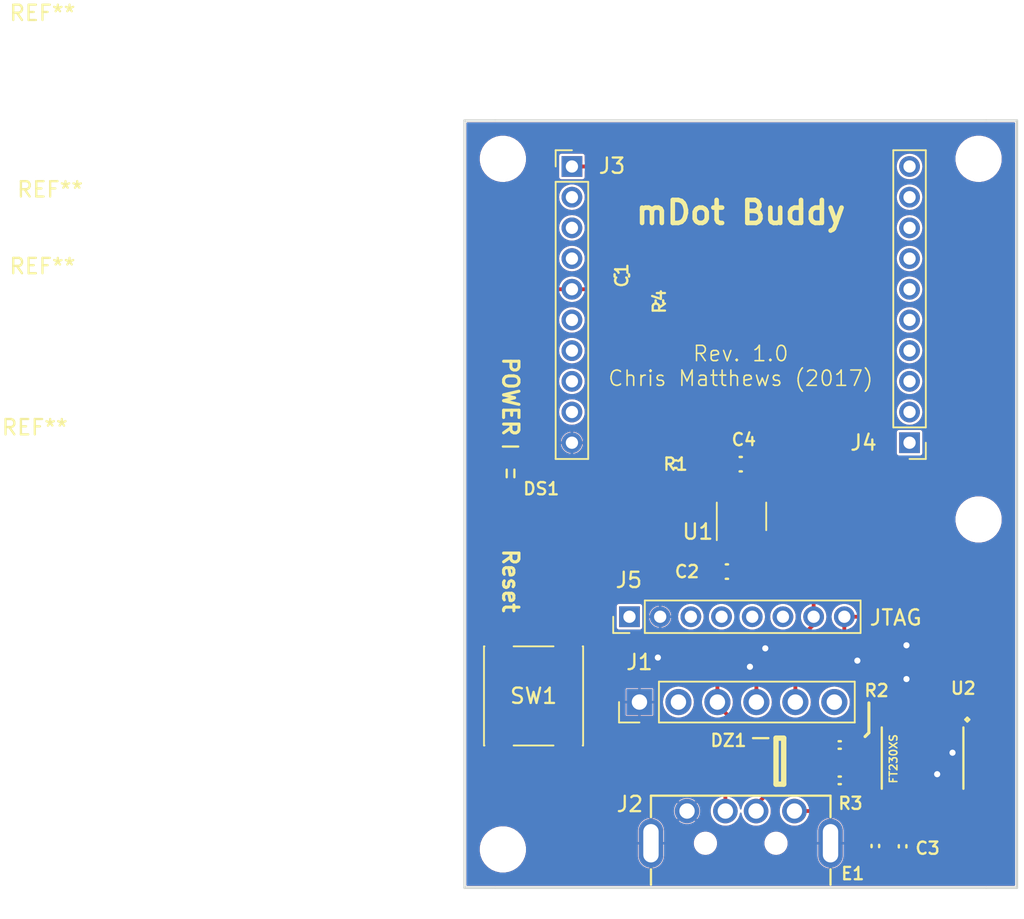
<source format=kicad_pcb>
(kicad_pcb (version 4) (host pcbnew 4.0.7)
  (layers (0 F.Cu signal) (31 B.Cu signal) (34 B.Paste user) (35 F.Paste user) (36 B.SilkS user) (37 F.SilkS user) (38 B.Mask user) (39 F.Mask user) (44 Edge.Cuts user))
  (net 0 "")
  (net 1 /RESET)
  (net 2 GND)
  (net 3 VBUS)
  (net 4 +3.3)
  (net 5 "Net-(DS1-Pad2)")
  (net 6 "Net-(DZ1-Pad1)")
  (net 7 "Net-(DZ1-Pad3)")
  (net 8 "Net-(DZ1-Pad4)")
  (net 9 "Net-(DZ1-Pad6)")
  (net 10 /RX_MDOT)
  (net 11 /TX_MDOT)
  (net 12 /USB_P)
  (net 13 /USB_M)
  (net 14 "Net-(E1-Pad1)")
  (module IPC7351-Nominal:CAPC2012X70 (layer F.Cu) (at 103.25 107.1 90)
    (fp_text reference C1 (at 0 0 90) (layer F.SilkS) (effects (font (size 0.8 0.8))))
    (fp_text value 0.1uF)
    (fp_line (start -0.071 0.471) (end 0.071 0.471) (layer F.SilkS) (width 0.15))
    (fp_line (start 0.071 0.471) (end -0.071 0.471) (layer F.SilkS) (width 0.15))
    (fp_line (start -0.071 -0.471) (end 0.071 -0.471) (layer F.SilkS) (width 0.15))
    (fp_line (start 0.071 -0.471) (end -0.071 -0.471) (layer F.SilkS) (width 0.15))
    (pad 1 smd rect (at -0.9 0 90) (size 1.15 1.45) (layers F.Cu F.Paste F.Mask) (net 1 /RESET))
    (pad 2 smd rect (at 0.9 0 90) (size 1.15 1.45) (layers F.Cu F.Paste F.Mask) (net 2 GND))
  )
  (module IPC7351-Nominal:RESC1608X50 (layer F.Cu) (at 105.7 108.8 90)
    (fp_text reference R4 (at 0 0 90) (layer F.SilkS) (effects (font (size 0.8 0.8))))
    (fp_text value 100K)
    (fp_line (start -0.071 0.246) (end 0.071 0.246) (layer F.SilkS) (width 0.15))
    (fp_line (start 0.071 0.246) (end -0.071 0.246) (layer F.SilkS) (width 0.15))
    (fp_line (start -0.071 -0.246) (end 0.071 -0.246) (layer F.SilkS) (width 0.15))
    (fp_line (start 0.071 -0.246) (end -0.071 -0.246) (layer F.SilkS) (width 0.15))
    (pad 1 smd rect (at -0.75 0 90) (size 0.85 1) (layers F.Cu F.Paste F.Mask) (net 4 +3.3))
    (pad 2 smd rect (at 0.75 0 90) (size 0.85 1) (layers F.Cu F.Paste F.Mask) (net 1 /RESET))
  )
  (module IPC7351-Nominal:RESC1608X50 (layer F.Cu) (at 106.75 119.4 180)
    (fp_text reference R1 (at 0 0 180) (layer F.SilkS) (effects (font (size 0.8 0.8))))
    (fp_text value 330R)
    (fp_line (start -0.071 0.246) (end 0.071 0.246) (layer F.SilkS) (width 0.15))
    (fp_line (start 0.071 0.246) (end -0.071 0.246) (layer F.SilkS) (width 0.15))
    (fp_line (start -0.071 -0.246) (end 0.071 -0.246) (layer F.SilkS) (width 0.15))
    (fp_line (start 0.071 -0.246) (end -0.071 -0.246) (layer F.SilkS) (width 0.15))
    (pad 1 smd rect (at -0.75 0 180) (size 0.85 1) (layers F.Cu F.Paste F.Mask) (net 4 +3.3))
    (pad 2 smd rect (at 0.75 0 180) (size 0.85 1) (layers F.Cu F.Paste F.Mask) (net 5 "Net-(DS1-Pad2)"))
  )
  (module IPC7351-Nominal:CAPC2012X70 (layer F.Cu) (at 111 119.4)
    (fp_text reference C4 (at 0.2 -1.6) (layer F.SilkS) (effects (font (size 0.8 0.8))))
    (fp_text value 1uF)
    (fp_line (start -0.071 0.471) (end 0.071 0.471) (layer F.SilkS) (width 0.15))
    (fp_line (start 0.071 0.471) (end -0.071 0.471) (layer F.SilkS) (width 0.15))
    (fp_line (start -0.071 -0.471) (end 0.071 -0.471) (layer F.SilkS) (width 0.15))
    (fp_line (start 0.071 -0.471) (end -0.071 -0.471) (layer F.SilkS) (width 0.15))
    (pad 1 smd rect (at -0.9 0) (size 1.15 1.45) (layers F.Cu F.Paste F.Mask) (net 4 +3.3))
    (pad 2 smd rect (at 0.9 0) (size 1.15 1.45) (layers F.Cu F.Paste F.Mask) (net 2 GND))
  )
  (module IPC7351-Nominal:CAPC2012X70 (layer F.Cu) (at 110.1 126.4 180)
    (fp_text reference C2 (at 2.6 0 180) (layer F.SilkS) (effects (font (size 0.8 0.8))))
    (fp_text value 1uF)
    (fp_line (start -0.071 0.471) (end 0.071 0.471) (layer F.SilkS) (width 0.15))
    (fp_line (start 0.071 0.471) (end -0.071 0.471) (layer F.SilkS) (width 0.15))
    (fp_line (start -0.071 -0.471) (end 0.071 -0.471) (layer F.SilkS) (width 0.15))
    (fp_line (start 0.071 -0.471) (end -0.071 -0.471) (layer F.SilkS) (width 0.15))
    (pad 1 smd rect (at -0.9 0 180) (size 1.15 1.45) (layers F.Cu F.Paste F.Mask) (net 3 VBUS))
    (pad 2 smd rect (at 0.9 0 180) (size 1.15 1.45) (layers F.Cu F.Paste F.Mask) (net 2 GND))
  )
  (module smd-semi:LED-0603 (layer F.Cu) (at 96 120 270)
    (fp_text reference DS1 (at 1 -2 540) (layer F.SilkS) (effects (font (size 0.8 0.8))))
    (fp_text value 3V3_GOOD)
    (fp_line (start 0.25 0.25) (end -0.25 0.25) (layer F.SilkS) (width 0.15))
    (fp_line (start -0.25 -0.25) (end 0.25 -0.25) (layer F.SilkS) (width 0.15))
    (fp_line (start -1.75 -0.5) (end -1.75 0.5) (layer F.SilkS) (width 0.15))
    (pad 1 smd rect (at -0.89916 0 270) (size 0.89916 0.8001) (layers F.Cu F.Paste F.Mask) (net 2 GND))
    (pad 2 smd rect (at 0.89916 0 270) (size 0.89916 0.8001) (layers F.Cu F.Paste F.Mask) (net 5 "Net-(DS1-Pad2)"))
  )
  (module IPC7351-Nominal:CAPC1608X90 (layer F.Cu) (at 119.77 144.28 90)
    (fp_text reference E1 (at -1.8 -1.47 360) (layer F.SilkS) (effects (font (size 0.8 0.8))))
    (fp_text value BEAD)
    (fp_line (start -0.071 0.246) (end 0.071 0.246) (layer F.SilkS) (width 0.15))
    (fp_line (start 0.071 0.246) (end -0.071 0.246) (layer F.SilkS) (width 0.15))
    (fp_line (start -0.071 -0.246) (end 0.071 -0.246) (layer F.SilkS) (width 0.15))
    (fp_line (start 0.071 -0.246) (end -0.071 -0.246) (layer F.SilkS) (width 0.15))
    (pad 1 smd rect (at -0.8 0 90) (size 0.95 1) (layers F.Cu F.Paste F.Mask) (net 14 "Net-(E1-Pad1)"))
    (pad 2 smd rect (at 0.8 0 90) (size 0.95 1) (layers F.Cu F.Paste F.Mask) (net 3 VBUS))
  )
  (module IPC7351-Nominal:CAPC1608X90 (layer F.Cu) (at 121.55 144.3 270)
    (fp_text reference C3 (at 0.125 -1.625 360) (layer F.SilkS) (effects (font (size 0.8 0.8))))
    (fp_text value 100nF)
    (fp_line (start -0.071 0.246) (end 0.071 0.246) (layer F.SilkS) (width 0.15))
    (fp_line (start 0.071 0.246) (end -0.071 0.246) (layer F.SilkS) (width 0.15))
    (fp_line (start -0.071 -0.246) (end 0.071 -0.246) (layer F.SilkS) (width 0.15))
    (fp_line (start 0.071 -0.246) (end -0.071 -0.246) (layer F.SilkS) (width 0.15))
    (pad 1 smd rect (at -0.8 0 270) (size 0.95 1) (layers F.Cu F.Paste F.Mask) (net 4 +3.3))
    (pad 2 smd rect (at 0.8 0 270) (size 0.95 1) (layers F.Cu F.Paste F.Mask) (net 2 GND))
  )
  (module IPC7351-Nominal:RESC1608X50 (layer F.Cu) (at 117.45 140 180)
    (fp_text reference R3 (at -0.7 -1.5 360) (layer F.SilkS) (effects (font (size 0.8 0.8))))
    (fp_text value 27R)
    (fp_line (start -0.071 0.246) (end 0.071 0.246) (layer F.SilkS) (width 0.15))
    (fp_line (start 0.071 0.246) (end -0.071 0.246) (layer F.SilkS) (width 0.15))
    (fp_line (start -0.071 -0.246) (end 0.071 -0.246) (layer F.SilkS) (width 0.15))
    (fp_line (start 0.071 -0.246) (end -0.071 -0.246) (layer F.SilkS) (width 0.15))
    (pad 1 smd rect (at -0.75 0 180) (size 0.85 1) (layers F.Cu F.Paste F.Mask) (net 13 /USB_M))
    (pad 2 smd rect (at 0.75 0 180) (size 0.85 1) (layers F.Cu F.Paste F.Mask) (net 8 "Net-(DZ1-Pad4)"))
  )
  (module IPC7351-Nominal:RESC1608X50 (layer F.Cu) (at 117.45 137.7)
    (fp_text reference R2 (at 2.4 -3.55 180) (layer F.SilkS) (effects (font (size 0.8 0.8))))
    (fp_text value 27R)
    (fp_line (start -0.071 0.246) (end 0.071 0.246) (layer F.SilkS) (width 0.15))
    (fp_line (start 0.071 0.246) (end -0.071 0.246) (layer F.SilkS) (width 0.15))
    (fp_line (start -0.071 -0.246) (end 0.071 -0.246) (layer F.SilkS) (width 0.15))
    (fp_line (start 0.071 -0.246) (end -0.071 -0.246) (layer F.SilkS) (width 0.15))
    (pad 1 smd rect (at -0.75 0) (size 0.85 1) (layers F.Cu F.Paste F.Mask) (net 9 "Net-(DZ1-Pad6)"))
    (pad 2 smd rect (at 0.75 0) (size 0.85 1) (layers F.Cu F.Paste F.Mask) (net 12 /USB_P))
  )
  (module Socket_Strips:Socket_Strip_Straight_1x10_Pitch2.00mm (layer F.Cu) (at 122 118 180)
    (fp_text reference J4 (at 3 0 180) (layer F.SilkS))
    (fp_text value mDot_11_20 hide)
    (fp_line (start -1.06 1) (end -1.06 19.06) (layer F.SilkS) (width 0.12))
    (fp_line (start -1.06 19.06) (end 1.06 19.06) (layer F.SilkS) (width 0.12))
    (fp_line (start 1.06 19.06) (end 1.06 1) (layer F.SilkS) (width 0.12))
    (fp_line (start 1.06 1) (end -1.06 1) (layer F.SilkS) (width 0.12))
    (fp_line (start -1.06 0) (end -1.06 -1.06) (layer F.SilkS) (width 0.12))
    (fp_line (start -1.06 -1.06) (end 0 -1.06) (layer F.SilkS) (width 0.12))
    (pad 1 thru_hole rect (at 0 0 180) (size 1.35 1.35) (drill 0.8) (layers *.Cu *.Mask))
    (pad 2 thru_hole oval (at 0 2 180) (size 1.35 1.35) (drill 0.8) (layers *.Cu *.Mask))
    (pad 3 thru_hole oval (at 0 4 180) (size 1.35 1.35) (drill 0.8) (layers *.Cu *.Mask))
    (pad 4 thru_hole oval (at 0 6 180) (size 1.35 1.35) (drill 0.8) (layers *.Cu *.Mask))
    (pad 5 thru_hole oval (at 0 8 180) (size 1.35 1.35) (drill 0.8) (layers *.Cu *.Mask))
    (pad 6 thru_hole oval (at 0 10 180) (size 1.35 1.35) (drill 0.8) (layers *.Cu *.Mask))
    (pad 7 thru_hole oval (at 0 12 180) (size 1.35 1.35) (drill 0.8) (layers *.Cu *.Mask))
    (pad 8 thru_hole oval (at 0 14 180) (size 1.35 1.35) (drill 0.8) (layers *.Cu *.Mask))
    (pad 9 thru_hole oval (at 0 16 180) (size 1.35 1.35) (drill 0.8) (layers *.Cu *.Mask))
    (pad 10 thru_hole oval (at 0 18 180) (size 1.35 1.35) (drill 0.8) (layers *.Cu *.Mask))
  )
  (module Socket_Strips:Socket_Strip_Straight_1x10_Pitch2.00mm (layer F.Cu) (at 100 100)
    (fp_text reference J3 (at 2.61 -0.04) (layer F.SilkS))
    (fp_text value mDot_1_10 hide)
    (fp_line (start -1.06 1) (end -1.06 19.06) (layer F.SilkS) (width 0.12))
    (fp_line (start -1.06 19.06) (end 1.06 19.06) (layer F.SilkS) (width 0.12))
    (fp_line (start 1.06 19.06) (end 1.06 1) (layer F.SilkS) (width 0.12))
    (fp_line (start 1.06 1) (end -1.06 1) (layer F.SilkS) (width 0.12))
    (fp_line (start -1.06 0) (end -1.06 -1.06) (layer F.SilkS) (width 0.12))
    (fp_line (start -1.06 -1.06) (end 0 -1.06) (layer F.SilkS) (width 0.12))
    (pad 1 thru_hole rect (at 0 0) (size 1.35 1.35) (drill 0.8) (layers *.Cu *.Mask) (net 4 +3.3))
    (pad 2 thru_hole oval (at 0 2) (size 1.35 1.35) (drill 0.8) (layers *.Cu *.Mask))
    (pad 3 thru_hole oval (at 0 4) (size 1.35 1.35) (drill 0.8) (layers *.Cu *.Mask))
    (pad 4 thru_hole oval (at 0 6) (size 1.35 1.35) (drill 0.8) (layers *.Cu *.Mask))
    (pad 5 thru_hole oval (at 0 8) (size 1.35 1.35) (drill 0.8) (layers *.Cu *.Mask) (net 1 /RESET))
    (pad 6 thru_hole oval (at 0 10) (size 1.35 1.35) (drill 0.8) (layers *.Cu *.Mask))
    (pad 7 thru_hole oval (at 0 12) (size 1.35 1.35) (drill 0.8) (layers *.Cu *.Mask))
    (pad 8 thru_hole oval (at 0 14) (size 1.35 1.35) (drill 0.8) (layers *.Cu *.Mask))
    (pad 9 thru_hole oval (at 0 16) (size 1.35 1.35) (drill 0.8) (layers *.Cu *.Mask))
    (pad 10 thru_hole oval (at 0 18) (size 1.35 1.35) (drill 0.8) (layers *.Cu *.Mask) (net 2 GND))
  )
  (module Socket_Strips:Socket_Strip_Straight_1x08_Pitch2.00mm (layer F.Cu) (at 103.75 129.34 90)
    (fp_text reference J5 (at 2.39 -0.04 180) (layer F.SilkS))
    (fp_text value JTAG (at -0.06 17.35 180) (layer F.SilkS))
    (fp_line (start -1.06 1) (end -1.06 15.06) (layer F.SilkS) (width 0.12))
    (fp_line (start -1.06 15.06) (end 1.06 15.06) (layer F.SilkS) (width 0.12))
    (fp_line (start 1.06 15.06) (end 1.06 1) (layer F.SilkS) (width 0.12))
    (fp_line (start 1.06 1) (end -1.06 1) (layer F.SilkS) (width 0.12))
    (fp_line (start -1.06 0) (end -1.06 -1.06) (layer F.SilkS) (width 0.12))
    (fp_line (start -1.06 -1.06) (end 0 -1.06) (layer F.SilkS) (width 0.12))
    (pad 1 thru_hole rect (at 0 0 90) (size 1.35 1.35) (drill 0.8) (layers *.Cu *.Mask))
    (pad 2 thru_hole oval (at 0 2 90) (size 1.35 1.35) (drill 0.8) (layers *.Cu *.Mask) (net 2 GND))
    (pad 3 thru_hole oval (at 0 4 90) (size 1.35 1.35) (drill 0.8) (layers *.Cu *.Mask))
    (pad 4 thru_hole oval (at 0 6 90) (size 1.35 1.35) (drill 0.8) (layers *.Cu *.Mask))
    (pad 5 thru_hole oval (at 0 8 90) (size 1.35 1.35) (drill 0.8) (layers *.Cu *.Mask))
    (pad 6 thru_hole oval (at 0 10 90) (size 1.35 1.35) (drill 0.8) (layers *.Cu *.Mask))
    (pad 7 thru_hole oval (at 0 12 90) (size 1.35 1.35) (drill 0.8) (layers *.Cu *.Mask) (net 10 /RX_MDOT))
    (pad 8 thru_hole oval (at 0 14 90) (size 1.35 1.35) (drill 0.8) (layers *.Cu *.Mask) (net 11 /TX_MDOT))
  )
  (module Socket_Strips:Socket_Strip_Straight_1x06_Pitch2.54mm (layer F.Cu) (at 104.4 134.9 90)
    (fp_text reference J1 (at 2.6 0 180) (layer F.SilkS))
    (fp_text value TTL-232R-3V3)
    (fp_line (start -1.33 1.27) (end -1.33 14.03) (layer F.SilkS) (width 0.12))
    (fp_line (start -1.33 14.03) (end 1.33 14.03) (layer F.SilkS) (width 0.12))
    (fp_line (start 1.33 14.03) (end 1.33 1.27) (layer F.SilkS) (width 0.12))
    (fp_line (start 1.33 1.27) (end -1.33 1.27) (layer F.SilkS) (width 0.12))
    (fp_line (start -1.33 0) (end -1.33 -1.33) (layer F.SilkS) (width 0.12))
    (fp_line (start -1.33 -1.33) (end 0 -1.33) (layer F.SilkS) (width 0.12))
    (pad 1 thru_hole rect (at 0 0 90) (size 1.7 1.7) (drill 1) (layers *.Cu *.Mask) (net 2 GND))
    (pad 2 thru_hole oval (at 0 2.54 90) (size 1.7 1.7) (drill 1) (layers *.Cu *.Mask))
    (pad 3 thru_hole oval (at 0 5.08 90) (size 1.7 1.7) (drill 1) (layers *.Cu *.Mask) (net 3 VBUS))
    (pad 4 thru_hole oval (at 0 7.62 90) (size 1.7 1.7) (drill 1) (layers *.Cu *.Mask) (net 10 /RX_MDOT))
    (pad 5 thru_hole oval (at 0 10.16 90) (size 1.7 1.7) (drill 1) (layers *.Cu *.Mask) (net 11 /TX_MDOT))
    (pad 6 thru_hole oval (at 0 12.7 90) (size 1.7 1.7) (drill 1) (layers *.Cu *.Mask))
  )
  (module IPC7351-Nominal:SOP63P600X160-16 (layer F.Cu) (at 122.85 138.55 270)
    (fp_text reference U2 (at -4.55 -2.65 360) (layer F.SilkS) (effects (font (size 0.8 0.8))))
    (fp_text value FT230XS (at 0.05 1.9 270) (layer F.SilkS) (effects (font (size 0.5 0.5) (thickness 0.1))))
    (fp_line (start -2 -2.659) (end 2 -2.659) (layer F.SilkS) (width 0.15))
    (fp_line (start -2 2.659) (end 2 2.659) (layer F.SilkS) (width 0.15))
    (fp_line (start -2.635 -2.913) (end -2.508 -3.04) (layer F.SilkS) (width 0.15))
    (fp_line (start -2.508 -3.04) (end -2.381 -2.913) (layer F.SilkS) (width 0.15))
    (fp_line (start -2.381 -2.913) (end -2.508 -2.786) (layer F.SilkS) (width 0.15))
    (fp_line (start -2.508 -2.786) (end -2.635 -2.913) (layer F.SilkS) (width 0.15))
    (pad 1 smd oval (at -2.7 -2.205 270) (size 1.55 0.4) (layers F.Cu F.Paste F.Mask) (net 10 /RX_MDOT))
    (pad 2 smd oval (at -2.7 -1.575 270) (size 1.55 0.4) (layers F.Cu F.Paste F.Mask))
    (pad 3 smd oval (at -2.7 -0.945 270) (size 1.55 0.4) (layers F.Cu F.Paste F.Mask) (net 4 +3.3))
    (pad 4 smd oval (at -2.7 -0.315 270) (size 1.55 0.4) (layers F.Cu F.Paste F.Mask) (net 11 /TX_MDOT))
    (pad 5 smd oval (at -2.7 0.315 270) (size 1.55 0.4) (layers F.Cu F.Paste F.Mask) (net 2 GND))
    (pad 6 smd oval (at -2.7 0.945 270) (size 1.55 0.4) (layers F.Cu F.Paste F.Mask))
    (pad 7 smd oval (at -2.7 1.575 270) (size 1.55 0.4) (layers F.Cu F.Paste F.Mask))
    (pad 8 smd oval (at -2.7 2.205 270) (size 1.55 0.4) (layers F.Cu F.Paste F.Mask) (net 12 /USB_P))
    (pad 9 smd oval (at 2.7 2.205 270) (size 1.55 0.4) (layers F.Cu F.Paste F.Mask) (net 13 /USB_M))
    (pad 10 smd oval (at 2.7 1.575 270) (size 1.55 0.4) (layers F.Cu F.Paste F.Mask) (net 4 +3.3))
    (pad 11 smd oval (at 2.7 0.945 270) (size 1.55 0.4) (layers F.Cu F.Paste F.Mask) (net 4 +3.3))
    (pad 12 smd oval (at 2.7 0.315 270) (size 1.55 0.4) (layers F.Cu F.Paste F.Mask) (net 3 VBUS))
    (pad 13 smd oval (at 2.7 -0.315 270) (size 1.55 0.4) (layers F.Cu F.Paste F.Mask) (net 2 GND))
    (pad 14 smd oval (at 2.7 -0.945 270) (size 1.55 0.4) (layers F.Cu F.Paste F.Mask))
    (pad 15 smd oval (at 2.7 -1.575 270) (size 1.55 0.4) (layers F.Cu F.Paste F.Mask))
    (pad 16 smd oval (at 2.7 -2.205 270) (size 1.55 0.4) (layers F.Cu F.Paste F.Mask))
  )
  (module smd-semi:SOT-23-6 (layer F.Cu) (at 113.55 138.75)
    (fp_text reference DZ1 (at -3.35 -1.35 180) (layer F.SilkS) (effects (font (size 0.8 0.8))))
    (fp_text value USBLC6-2SC6)
    (fp_line (start -0.75 -1.5) (end -1.75 -1.5) (layer F.SilkS) (width 0.15))
    (fp_line (start -0.25 -1.5) (end 0.25 -1.5) (layer F.SilkS) (width 0.35))
    (fp_line (start 0.25 -1.5) (end 0.25 1.5) (layer F.SilkS) (width 0.35))
    (fp_line (start 0.25 1.5) (end -0.25 1.5) (layer F.SilkS) (width 0.35))
    (fp_line (start -0.25 1.5) (end -0.25 -1.5) (layer F.SilkS) (width 0.35))
    (pad 1 smd rect (at -1.1 -0.95) (size 1.1 0.6) (layers F.Cu F.Paste F.Mask) (net 6 "Net-(DZ1-Pad1)"))
    (pad 3 smd rect (at -1.1 0.95) (size 1.1 0.6) (layers F.Cu F.Paste F.Mask) (net 7 "Net-(DZ1-Pad3)"))
    (pad 2 smd rect (at -1.1 0) (size 1.1 0.6) (layers F.Cu F.Paste F.Mask) (net 2 GND))
    (pad 4 smd rect (at 1.1 0.95) (size 1.1 0.6) (layers F.Cu F.Paste F.Mask) (net 8 "Net-(DZ1-Pad4)"))
    (pad 6 smd rect (at 1.1 -0.95) (size 1.1 0.6) (layers F.Cu F.Paste F.Mask) (net 9 "Net-(DZ1-Pad6)"))
    (pad 5 smd rect (at 1.1 0) (size 1.1 0.6) (layers F.Cu F.Paste F.Mask) (net 3 VBUS))
  )
  (module conn-cui:CONN-UP2-AH-1-TH (layer F.Cu) (at 111 142)
    (fp_text reference J2 (at -7.225 -0.45) (layer F.SilkS))
    (fp_text value USB_A)
    (fp_line (start 5.85 3.8) (end 5.85 4.8) (layer F.SilkS) (width 0.15))
    (fp_line (start -5.85 3.8) (end -5.85 4.8) (layer F.SilkS) (width 0.15))
    (fp_line (start -5.85 0.4) (end -5.85 -1) (layer F.SilkS) (width 0.15))
    (fp_line (start -5.85 -1) (end 5.85 -1) (layer F.SilkS) (width 0.15))
    (fp_line (start 5.85 -1) (end 5.85 0.4) (layer F.SilkS) (width 0.15))
    (pad 4 thru_hole circle (at -3.5 0) (size 1.6 1.6) (drill 1) (layers *.Cu *.Mask) (net 2 GND))
    (pad 3 thru_hole circle (at -1 0) (size 1.6 1.6) (drill 1) (layers *.Cu *.Mask) (net 6 "Net-(DZ1-Pad1)"))
    (pad 2 thru_hole circle (at 1 0) (size 1.6 1.6) (drill 1) (layers *.Cu *.Mask) (net 7 "Net-(DZ1-Pad3)"))
    (pad 1 thru_hole circle (at 3.5 0) (size 1.6 1.6) (drill 1) (layers *.Cu *.Mask) (net 14 "Net-(E1-Pad1)"))
    (pad "" np_thru_hole circle (at -2.3 2.1) (size 1.2 1.2) (drill 1.2) (layers *.Cu *.Mask))
    (pad "" np_thru_hole circle (at 2.3 2.1) (size 1.2 1.2) (drill 1.2) (layers *.Cu *.Mask))
    (pad 5 thru_hole oval (at -5.85 2.1) (size 1.6 3.2) (drill oval 1 2.5) (layers *.Cu *.Mask) (net 2 GND))
    (pad 5 thru_hole oval (at 5.85 2.1) (size 1.6 3.2) (drill oval 1 2.5) (layers *.Cu *.Mask) (net 2 GND))
  )
  (module Buttons_Switches_SMD:SW_SPST_PTS645 (layer F.Cu) (at 97.5 134.5 90)
    (fp_text reference SW1 (at 0 0 180) (layer F.SilkS))
    (fp_text value TACT-CK-PTS645-SMD)
    (fp_line (start 3.23 -3.23) (end 3.23 -3.2) (layer F.SilkS) (width 0.12))
    (fp_line (start 3.23 3.23) (end 3.23 3.2) (layer F.SilkS) (width 0.12))
    (fp_line (start -3.23 3.23) (end -3.23 3.2) (layer F.SilkS) (width 0.12))
    (fp_line (start -3.23 -3.2) (end -3.23 -3.23) (layer F.SilkS) (width 0.12))
    (fp_line (start 3.23 -1.3) (end 3.23 1.3) (layer F.SilkS) (width 0.12))
    (fp_line (start -3.23 -3.23) (end 3.23 -3.23) (layer F.SilkS) (width 0.12))
    (fp_line (start -3.23 -1.3) (end -3.23 1.3) (layer F.SilkS) (width 0.12))
    (fp_line (start -3.23 3.23) (end 3.23 3.23) (layer F.SilkS) (width 0.12))
    (pad 2 smd rect (at -3.98 2.25 90) (size 1.55 1.3) (layers F.Cu F.Paste F.Mask) (net 2 GND))
    (pad 1 smd rect (at -3.98 -2.25 90) (size 1.55 1.3) (layers F.Cu F.Paste F.Mask) (net 1 /RESET))
    (pad 1 smd rect (at 3.98 -2.25 90) (size 1.55 1.3) (layers F.Cu F.Paste F.Mask) (net 1 /RESET))
    (pad 2 smd rect (at 3.98 2.25 90) (size 1.55 1.3) (layers F.Cu F.Paste F.Mask) (net 2 GND))
  )
  (module TO_SOT_Packages_SMD:SOT-23-5 (layer F.Cu) (at 111.05 122.8 90)
    (fp_text reference U1 (at -1 -2.85 180) (layer F.SilkS))
    (fp_text value MIC5504-3.3YM5)
    (fp_line (start -0.9 1.61) (end 0.9 1.61) (layer F.SilkS) (width 0.12))
    (fp_line (start 0.9 -1.61) (end -1.55 -1.61) (layer F.SilkS) (width 0.12))
    (pad 1 smd rect (at -1.1 -0.95 90) (size 1.06 0.65) (layers F.Cu F.Paste F.Mask) (net 3 VBUS))
    (pad 2 smd rect (at -1.1 0 90) (size 1.06 0.65) (layers F.Cu F.Paste F.Mask) (net 2 GND))
    (pad 3 smd rect (at -1.1 0.95 90) (size 1.06 0.65) (layers F.Cu F.Paste F.Mask) (net 3 VBUS))
    (pad 4 smd rect (at 1.1 0.95 90) (size 1.06 0.65) (layers F.Cu F.Paste F.Mask))
    (pad 5 smd rect (at 1.1 -0.95 90) (size 1.06 0.65) (layers F.Cu F.Paste F.Mask) (net 4 +3.3))
  )
  (module Mounting_Holes:MountingHole_2.7mm_M2.5 (layer F.Cu) (at 95.5 99.5)
    (fp_text reference REF** (at -30 7) (layer F.SilkS))
    (fp_text value MountingHole_2.7mm_M2.5)
    (pad 1 np_thru_hole circle (at 0 0) (size 2.7 2.7) (drill 2.7) (layers *.Cu *.Mask))
  )
  (module Mounting_Holes:MountingHole_2.7mm_M2.5 (layer F.Cu) (at 126.5 99.5)
    (fp_text reference REF** (at -60.5 2) (layer F.SilkS))
    (fp_text value MountingHole_2.7mm_M2.5)
    (pad 1 np_thru_hole circle (at 0 0) (size 2.7 2.7) (drill 2.7) (layers *.Cu *.Mask))
  )
  (module Mounting_Holes:MountingHole_2.7mm_M2.5 (layer F.Cu) (at 95.5 144.5)
    (fp_text reference REF** (at -30.5 -27.5) (layer F.SilkS))
    (fp_text value MountingHole_2.7mm_M2.5)
    (pad 1 np_thru_hole circle (at 0 0) (size 2.7 2.7) (drill 2.7) (layers *.Cu *.Mask))
  )
  (module Mounting_Holes:MountingHole_2.7mm_M2.5 (layer F.Cu) (at 126.5 123)
    (fp_text reference REF** (at -61 -33) (layer F.SilkS))
    (fp_text value MountingHole_2.7mm_M2.5)
    (pad 1 np_thru_hole circle (at 0 0) (size 2.7 2.7) (drill 2.7) (layers *.Cu *.Mask))
  )
  (gr_line (start 127 147) (end 129 147) (angle 90) (layer Edge.Cuts) (width 0.15))
  (gr_line (start 127 97) (end 129 97) (angle 90) (layer Edge.Cuts) (width 0.15))
  (gr_line (start 93 147) (end 95 147) (angle 90) (layer Edge.Cuts) (width 0.15))
  (gr_line (start 93 97) (end 95 97) (angle 90) (layer Edge.Cuts) (width 0.15))
  (gr_text "Rev. 1.0\nChris Matthews (2017)" (at 111 113) (layer F.SilkS) (effects (font (size 1 1) (thickness 0.1))))
  (gr_text "mDot Buddy" (at 111 103) (layer F.SilkS) (effects (font (size 1.5 1.5) (thickness 0.3))))
  (gr_text Reset (at 96 127 270) (layer F.SilkS) (effects (font (size 1 1) (thickness 0.2))))
  (gr_text POWER (at 96 115 270) (layer F.SilkS) (effects (font (size 1 1) (thickness 0.2))))
  (gr_line (start 119.35 136.9) (end 119.1 137.15) (angle 90) (layer F.SilkS) (width 0.2))
  (gr_line (start 119.35 134.95) (end 119.35 136.9) (angle 90) (layer F.SilkS) (width 0.2))
  (gr_line (start 95 147) (end 127 147) (angle 90) (layer Edge.Cuts) (width 0.15))
  (gr_line (start 95 97) (end 127 97) (angle 90) (layer Edge.Cuts) (width 0.15))
  (gr_line (start 129 97) (end 129 147) (angle 90) (layer Edge.Cuts) (width 0.15))
  (gr_line (start 93 97) (end 93 147) (angle 90) (layer Edge.Cuts) (width 0.15))
  (segment (start 99.9 136.87) (end 99.75 137.02) (width 0.25) (layer F.Cu) (net 0))
  (segment (start 95.25 130.52) (end 95.25 125.75) (width 0.25) (layer F.Cu) (net 1))
  (segment (start 97.5 108) (end 100 108) (width 0.25) (layer F.Cu) (net 1))
  (segment (start 94.5 111) (end 97.5 108) (width 0.25) (layer F.Cu) (net 1))
  (segment (start 94.5 125) (end 94.5 111) (width 0.25) (layer F.Cu) (net 1))
  (segment (start 95.25 125.75) (end 94.5 125) (width 0.25) (layer F.Cu) (net 1))
  (segment (start 103.25 108) (end 105.65 108) (width 0.25) (layer F.Cu) (net 1))
  (segment (start 105.65 108) (end 105.7 108.05) (width 0.25) (layer F.Cu) (net 1))
  (segment (start 100 108) (end 103.25 108) (width 0.25) (layer F.Cu) (net 1))
  (via (at 105.6 132) (size 0.6) (drill 0.4) (layers F.Cu B.Cu) (net 2))
  (segment (start 106.6 132) (end 105.6 132) (width 0.25) (layer B.Cu) (net 2))
  (segment (start 107.2 131.4) (end 106.6 132) (width 0.25) (layer B.Cu) (net 2))
  (segment (start 112.6 131.4) (end 107.2 131.4) (width 0.25) (layer B.Cu) (net 2))
  (via (at 112.6 131.4) (size 0.6) (drill 0.4) (layers F.Cu B.Cu) (net 2))
  (segment (start 112.6 131.6) (end 112.6 131.4) (width 0.25) (layer F.Cu) (net 2))
  (segment (start 111.6 132.6) (end 112.6 131.6) (width 0.25) (layer F.Cu) (net 2))
  (via (at 111.6 132.6) (size 0.6) (drill 0.4) (layers F.Cu B.Cu) (net 2))
  (segment (start 118.2 132.6) (end 111.6 132.6) (width 0.25) (layer B.Cu) (net 2))
  (segment (start 118.6 132.2) (end 118.2 132.6) (width 0.25) (layer B.Cu) (net 2))
  (via (at 118.6 132.2) (size 0.6) (drill 0.4) (layers F.Cu B.Cu) (net 2))
  (segment (start 120.8 132.2) (end 118.6 132.2) (width 0.25) (layer F.Cu) (net 2))
  (segment (start 121.8 131.2) (end 120.8 132.2) (width 0.25) (layer F.Cu) (net 2))
  (via (at 121.8 131.2) (size 0.6) (drill 0.4) (layers F.Cu B.Cu) (net 2))
  (segment (start 121.8 133.4) (end 121.8 131.2) (width 0.25) (layer B.Cu) (net 2))
  (via (at 121.8 133.4) (size 0.6) (drill 0.4) (layers F.Cu B.Cu) (net 2))
  (segment (start 121.8 133.6) (end 121.8 133.4) (width 0.25) (layer F.Cu) (net 2))
  (segment (start 122.535 134.335) (end 121.8 133.6) (width 0.25) (layer F.Cu) (net 2))
  (segment (start 122.535 135.85) (end 122.535 134.335) (width 0.25) (layer F.Cu) (net 2))
  (segment (start 123.165 141.25) (end 123.165 140.035) (width 0.25) (layer F.Cu) (net 2))
  (segment (start 122.6 137.8) (end 122.6 135.915) (width 0.25) (layer F.Cu) (net 2))
  (segment (start 123 138.2) (end 122.6 137.8) (width 0.25) (layer F.Cu) (net 2))
  (segment (start 124.8 138.2) (end 123 138.2) (width 0.25) (layer F.Cu) (net 2))
  (via (at 124.8 138.2) (size 0.6) (drill 0.4) (layers F.Cu B.Cu) (net 2))
  (segment (start 124.8 138.6) (end 124.8 138.2) (width 0.25) (layer B.Cu) (net 2))
  (segment (start 123.8 139.6) (end 124.8 138.6) (width 0.25) (layer B.Cu) (net 2))
  (via (at 123.8 139.6) (size 0.6) (drill 0.4) (layers F.Cu B.Cu) (net 2))
  (segment (start 123.6 139.6) (end 123.8 139.6) (width 0.25) (layer F.Cu) (net 2))
  (segment (start 123.165 140.035) (end 123.6 139.6) (width 0.25) (layer F.Cu) (net 2))
  (segment (start 122.6 135.915) (end 122.535 135.85) (width 0.25) (layer F.Cu) (net 2))
  (segment (start 119.77 143.48) (end 119.77 142.27) (width 0.25) (layer F.Cu) (net 3))
  (segment (start 113.6 138.79) (end 113.77 138.62) (width 0.25) (layer F.Cu) (net 3))
  (segment (start 113.6 140.13) (end 113.6 138.79) (width 0.25) (layer F.Cu) (net 3))
  (segment (start 113.98 140.51) (end 113.6 140.13) (width 0.25) (layer F.Cu) (net 3))
  (segment (start 115.15 140.51) (end 113.98 140.51) (width 0.25) (layer F.Cu) (net 3))
  (segment (start 115.85 141.21) (end 115.15 140.51) (width 0.25) (layer F.Cu) (net 3))
  (segment (start 118.71 141.21) (end 115.85 141.21) (width 0.25) (layer F.Cu) (net 3))
  (segment (start 119.77 142.27) (end 118.71 141.21) (width 0.25) (layer F.Cu) (net 3))
  (segment (start 112 123.9) (end 112 123) (width 0.25) (layer F.Cu) (net 3))
  (segment (start 110.1 123.05) (end 110.1 123.9) (width 0.25) (layer F.Cu) (net 3))
  (segment (start 110.35 122.8) (end 110.1 123.05) (width 0.25) (layer F.Cu) (net 3))
  (segment (start 111.8 122.8) (end 110.35 122.8) (width 0.25) (layer F.Cu) (net 3))
  (segment (start 112 123) (end 111.8 122.8) (width 0.25) (layer F.Cu) (net 3))
  (segment (start 111 126.4) (end 111.75 126.4) (width 0.25) (layer F.Cu) (net 3))
  (segment (start 112 126.15) (end 112 123.9) (width 0.25) (layer F.Cu) (net 3))
  (segment (start 111.75 126.4) (end 112 126.15) (width 0.25) (layer F.Cu) (net 3))
  (segment (start 109.48 134.9) (end 109.48 132.82) (width 0.25) (layer F.Cu) (net 3))
  (segment (start 111 127.85) (end 111 126.4) (width 0.25) (layer F.Cu) (net 3))
  (segment (start 110.75 128.1) (end 111 127.85) (width 0.25) (layer F.Cu) (net 3))
  (segment (start 110.75 131.55) (end 110.75 128.1) (width 0.25) (layer F.Cu) (net 3))
  (segment (start 109.48 132.82) (end 110.75 131.55) (width 0.25) (layer F.Cu) (net 3))
  (segment (start 109.48 134.9) (end 109.48 134.77) (width 0.25) (layer F.Cu) (net 3))
  (segment (start 114.65 138.75) (end 121.45 138.75) (width 0.25) (layer F.Cu) (net 3))
  (segment (start 122.535 139.835) (end 122.535 141.25) (width 0.25) (layer F.Cu) (net 3))
  (segment (start 121.45 138.75) (end 122.535 139.835) (width 0.25) (layer F.Cu) (net 3))
  (segment (start 109.48 134.9) (end 109.48 135.08) (width 0.25) (layer F.Cu) (net 3))
  (segment (start 109.48 135.08) (end 110.9 136.5) (width 0.25) (layer F.Cu) (net 3))
  (segment (start 113.9 138.75) (end 114.65 138.75) (width 0.25) (layer F.Cu) (net 3))
  (segment (start 113.5 138.35) (end 113.77 138.62) (width 0.25) (layer F.Cu) (net 3))
  (segment (start 113.77 138.62) (end 113.9 138.75) (width 0.25) (layer F.Cu) (net 3))
  (segment (start 113.5 137.3) (end 113.5 138.35) (width 0.25) (layer F.Cu) (net 3))
  (segment (start 112.7 136.5) (end 113.5 137.3) (width 0.25) (layer F.Cu) (net 3))
  (segment (start 110.9 136.5) (end 112.7 136.5) (width 0.25) (layer F.Cu) (net 3))
  (segment (start 107.875 109.55) (end 107.875 101.65) (width 0.25) (layer F.Cu) (net 4))
  (segment (start 106.225 100) (end 100 100) (width 0.25) (layer F.Cu) (net 4))
  (segment (start 107.875 101.65) (end 106.225 100) (width 0.25) (layer F.Cu) (net 4))
  (segment (start 110.1 119.4) (end 110.1 110.4) (width 0.25) (layer F.Cu) (net 4))
  (segment (start 109.25 109.55) (end 107.875 109.55) (width 0.25) (layer F.Cu) (net 4))
  (segment (start 107.875 109.55) (end 105.7 109.55) (width 0.25) (layer F.Cu) (net 4))
  (segment (start 110.1 110.4) (end 109.25 109.55) (width 0.25) (layer F.Cu) (net 4))
  (segment (start 110.1 119.4) (end 107.5 119.4) (width 0.25) (layer F.Cu) (net 4))
  (segment (start 113 124.6) (end 113 120.85) (width 0.25) (layer F.Cu) (net 4))
  (segment (start 125.85 137.2) (end 125.85 130.1) (width 0.25) (layer F.Cu) (net 4))
  (segment (start 125.85 130.1) (end 123.15 127.4) (width 0.25) (layer F.Cu) (net 4))
  (segment (start 123.15 127.4) (end 115.8 127.4) (width 0.25) (layer F.Cu) (net 4))
  (segment (start 115.8 127.4) (end 113 124.6) (width 0.25) (layer F.Cu) (net 4))
  (segment (start 112.8 120.65) (end 110.1 120.65) (width 0.25) (layer F.Cu) (net 4))
  (segment (start 113 120.85) (end 112.8 120.65) (width 0.25) (layer F.Cu) (net 4))
  (segment (start 110.1 121.7) (end 110.1 120.65) (width 0.25) (layer F.Cu) (net 4))
  (segment (start 110.1 120.65) (end 110.1 119.4) (width 0.25) (layer F.Cu) (net 4))
  (segment (start 123.795 135.85) (end 123.795 136.995) (width 0.25) (layer F.Cu) (net 4))
  (segment (start 124 137.2) (end 125.85 137.2) (width 0.25) (layer F.Cu) (net 4))
  (segment (start 123.795 136.995) (end 124 137.2) (width 0.25) (layer F.Cu) (net 4))
  (segment (start 125.65 142.95) (end 125.1 143.5) (width 0.25) (layer F.Cu) (net 4))
  (segment (start 125.85 142.75) (end 125.85 137.2) (width 0.25) (layer F.Cu) (net 4))
  (segment (start 125.65 142.95) (end 125.85 142.75) (width 0.25) (layer F.Cu) (net 4))
  (segment (start 125.1 143.5) (end 121.5 143.5) (width 0.25) (layer F.Cu) (net 4))
  (segment (start 121.905 141.25) (end 121.905 143.095) (width 0.25) (layer F.Cu) (net 4))
  (segment (start 121.905 143.095) (end 121.5 143.5) (width 0.25) (layer F.Cu) (net 4))
  (segment (start 121.275 141.25) (end 121.275 143.275) (width 0.25) (layer F.Cu) (net 4))
  (segment (start 121.275 143.275) (end 121.5 143.5) (width 0.25) (layer F.Cu) (net 4))
  (segment (start 96 120.89916) (end 105.39916 120.89916) (width 0.25) (layer F.Cu) (net 5))
  (segment (start 106 120.29832) (end 106 119.4) (width 0.25) (layer F.Cu) (net 5))
  (segment (start 105.39916 120.89916) (end 106 120.29832) (width 0.25) (layer F.Cu) (net 5))
  (segment (start 110 142) (end 110 138.25) (width 0.25) (layer F.Cu) (net 6))
  (segment (start 110.45 137.8) (end 112.45 137.8) (width 0.25) (layer F.Cu) (net 6))
  (segment (start 110 138.25) (end 110.45 137.8) (width 0.25) (layer F.Cu) (net 6))
  (segment (start 112 142) (end 112 141.6) (width 0.25) (layer F.Cu) (net 7))
  (segment (start 112 141.6) (end 112.45 141.15) (width 0.25) (layer F.Cu) (net 7))
  (segment (start 112.45 141.15) (end 112.45 139.7) (width 0.25) (layer F.Cu) (net 7))
  (segment (start 114.65 139.7) (end 116.4 139.7) (width 0.25) (layer F.Cu) (net 8))
  (segment (start 116.4 139.7) (end 116.7 140) (width 0.25) (layer F.Cu) (net 8))
  (segment (start 114.65 137.8) (end 116.6 137.8) (width 0.25) (layer F.Cu) (net 9))
  (segment (start 116.6 137.8) (end 116.7 137.7) (width 0.25) (layer F.Cu) (net 9))
  (segment (start 115.75 129.34) (end 115.75 128.45) (width 0.25) (layer F.Cu) (net 10))
  (segment (start 125.055 130.255) (end 125.055 135.85) (width 0.25) (layer F.Cu) (net 10))
  (segment (start 122.7 127.9) (end 125.055 130.255) (width 0.25) (layer F.Cu) (net 10))
  (segment (start 116.3 127.9) (end 122.7 127.9) (width 0.25) (layer F.Cu) (net 10))
  (segment (start 115.75 128.45) (end 116.3 127.9) (width 0.25) (layer F.Cu) (net 10))
  (segment (start 112.02 134.9) (end 112.02 133.58) (width 0.25) (layer F.Cu) (net 10))
  (segment (start 112.02 133.58) (end 115.75 129.85) (width 0.25) (layer F.Cu) (net 10))
  (segment (start 115.75 129.85) (end 115.75 129.34) (width 0.25) (layer F.Cu) (net 10))
  (segment (start 112.02 134.9) (end 112.02 134.18) (width 0.25) (layer F.Cu) (net 10))
  (segment (start 117.75 129.34) (end 122.39 129.34) (width 0.25) (layer F.Cu) (net 11))
  (segment (start 123.165 130.115) (end 123.165 135.85) (width 0.25) (layer F.Cu) (net 11))
  (segment (start 122.39 129.34) (end 123.165 130.115) (width 0.25) (layer F.Cu) (net 11))
  (segment (start 114.56 134.9) (end 114.56 133.69) (width 0.25) (layer F.Cu) (net 11))
  (segment (start 117.75 130.5) (end 117.75 129.34) (width 0.25) (layer F.Cu) (net 11))
  (segment (start 114.56 133.69) (end 117.75 130.5) (width 0.25) (layer F.Cu) (net 11))
  (segment (start 118.2 137.7) (end 120.05 137.7) (width 0.25) (layer F.Cu) (net 12))
  (segment (start 120.645 137.105) (end 120.645 135.85) (width 0.25) (layer F.Cu) (net 12))
  (segment (start 120.05 137.7) (end 120.645 137.105) (width 0.25) (layer F.Cu) (net 12))
  (segment (start 118.2 140) (end 120.45 140) (width 0.25) (layer F.Cu) (net 13))
  (segment (start 120.645 140.195) (end 120.645 141.25) (width 0.25) (layer F.Cu) (net 13))
  (segment (start 120.45 140) (end 120.645 140.195) (width 0.25) (layer F.Cu) (net 13))
  (segment (start 114.5 142) (end 117.51 142) (width 0.25) (layer F.Cu) (net 14))
  (segment (start 118.87 145.08) (end 119.77 145.08) (width 0.25) (layer F.Cu) (net 14))
  (segment (start 118.46 144.67) (end 118.87 145.08) (width 0.25) (layer F.Cu) (net 14))
  (segment (start 118.46 142.95) (end 118.46 144.67) (width 0.25) (layer F.Cu) (net 14))
  (segment (start 117.51 142) (end 118.46 142.95) (width 0.25) (layer F.Cu) (net 14))
  (zone (net 2) (net_name GND) (layer F.Cu) (connect_pads thru_hole_only (clearance 0.05)) (min_thickness 0.1) (fill yes (arc_segments 32) (thermal_gap 0.05) (thermal_bridge_width 0.15))
    (polygon (pts (xy 93 97) (xy 129 97) (xy 129 147) (xy 93 147)))
  )
  (zone (net 2) (net_name GND) (layer B.Cu) (connect_pads thru_hole_only (clearance 0.05)) (min_thickness 0.1) (fill yes (arc_segments 32) (thermal_gap 0.05) (thermal_bridge_width 0.15))
    (polygon (pts (xy 93 97) (xy 129 97) (xy 129 147) (xy 93 147)))
  )
)
</source>
